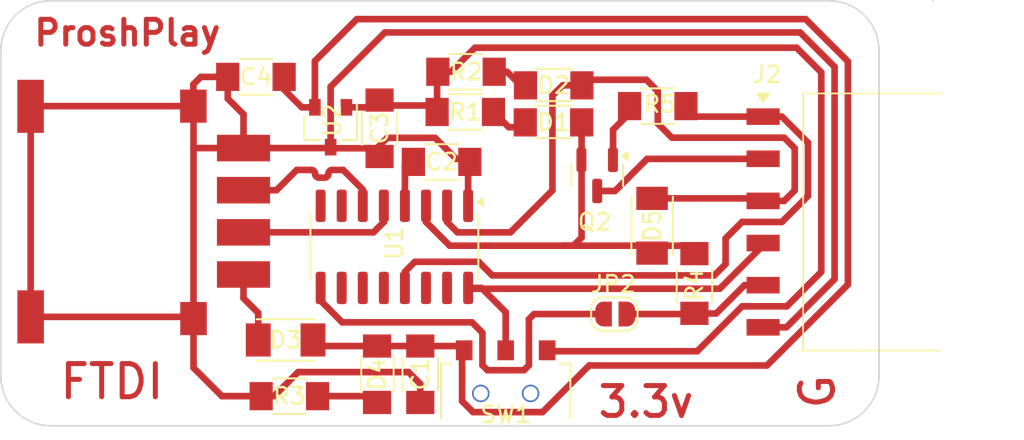
<source format=kicad_pcb>
(kicad_pcb (version 20241229) (generator "pcbnew") (generator_version "9.0")
  (layers (0 "F.Cu" signal) (2 "B.Cu" signal) (13 "F.Paste" user) (15 "B.Paste" user) (5 "F.SilkS" user "F.Silkscreen") (7 "B.SilkS" user "B.Silkscreen") (1 "F.Mask" user) (3 "B.Mask" user) (25 "Edge.Cuts" user))
  (net 0 "")
  (net 1 "+5V")
  (net 2 "GND")
  (net 3 "TX")
  (net 4 "Net-(D1-A)")
  (net 5 "Net-(D2-A)")
  (net 6 "RX")
  (net 7 "VBUS")
  (net 8 "DTR")
  (net 9 "CTS")
  (net 10 "VCC")
  (net 11 "+3V3")
  (net 15 "D+")
  (net 18 "D-")
  (net 21 "Net-(D4-K)")
  (net 22 "UPDI")
  (net 23 "T-RX")
  (net 24 "Net-(U1-V3)")
  (net 25 "Net-(Q2-B)")
  (footprint "fab:PinSocket_1x06_P2.54mm_Horizontal_SMD" (layer "F.Cu") (at 158.115 90.17)
    (property "Reference" "J2" (at 1.19 -2.54 0) (layer "F.SilkS") (effects (justify right)))
    (property "Value" "1x06 Pin header 2.54 SMD")
    (fp_line (start 2.413 -1.397) (end 2.413 14.097) (stroke (width 0.1)) (layer "F.SilkS"))
    (fp_line (start 2.413 14.097) (end 10.668 14.097) (stroke (width 0.1)) (layer "F.SilkS"))
    (fp_line (start 10.668 -1.397) (end 2.413 -1.397) (stroke (width 0.1)) (layer "F.SilkS"))
    (fp_poly (pts (xy 0 -0.889) (xy -0.381 -1.397) (xy 0.381 -1.397)) (stroke (width 0.1)) (fill yes) (layer "F.SilkS"))
    (pad "1" smd rect (at 0 0) (size 2 1) (layers "F.Cu" "F.Mask" "F.Paste") (net 8 "DTR"))
    (pad "2" smd rect (at 0 2.54) (size 2 1) (layers "F.Cu" "F.Mask" "F.Paste") (net 23 "T-RX"))
    (pad "3" smd rect (at 0 5.08) (size 2 1) (layers "F.Cu" "F.Mask" "F.Paste") (net 3 "TX"))
    (pad "4" smd rect (at 0 7.62) (size 2 1) (layers "F.Cu" "F.Mask" "F.Paste") (net 10 "VCC"))
    (pad "5" smd rect (at 0 10.16) (size 2 1) (layers "F.Cu" "F.Mask" "F.Paste") (net 22 "UPDI"))
    (pad "6" smd rect (at 0 12.7) (size 2 1) (layers "F.Cu" "F.Mask" "F.Paste") (net 2 "GND"))
  )
  (footprint "fab:C_1206" (layer "F.Cu") (at 137.449528 105.697945 -90)
    (property "Reference" "C1" (at 0 0 90) (layer "F.SilkS"))
    (property "Value" "100nF")
    (fp_line (start 1 1.07) (end -1 1.07) (stroke (width 0.12)) (layer "F.SilkS"))
    (fp_line (start -1 -1.07) (end 1 -1.07) (stroke (width 0.12)) (layer "F.SilkS"))
    (pad "1" smd rect (at -1.7 0 270) (size 1.4 1.7) (layers "F.Cu" "F.Mask" "F.Paste") (net 1 "+5V"))
    (pad "2" smd rect (at 1.7 0 270) (size 1.4 1.7) (layers "F.Cu" "F.Mask" "F.Paste") (net 2 "GND"))
  )
  (footprint "fab:C_1206" (layer "F.Cu") (at 138.736467 92.899194)
    (property "Reference" "C2" (at 0 0 0) (layer "F.SilkS"))
    (property "Value" "10nF")
    (fp_line (start -1 -1.07) (end 1 -1.07) (stroke (width 0.12)) (layer "F.SilkS"))
    (fp_line (start 1 1.07) (end -1 1.07) (stroke (width 0.12)) (layer "F.SilkS"))
    (pad "1" smd rect (at -1.7 0) (size 1.4 1.7) (layers "F.Cu" "F.Mask" "F.Paste") (net 24 "Net-(U1-V3)"))
    (pad "2" smd rect (at 1.7 0) (size 1.4 1.7) (layers "F.Cu" "F.Mask" "F.Paste") (net 2 "GND"))
  )
  (footprint "fab:R_1206" (layer "F.Cu") (at 129.558966 107.01928 180)
    (property "Reference" "R3" (at 0 0 0) (layer "F.SilkS"))
    (property "Value" "1K")
    (fp_line (start 1 1.07) (end -1 1.07) (stroke (width 0.12)) (layer "F.SilkS"))
    (fp_line (start -1 -1.07) (end 1 -1.07) (stroke (width 0.12)) (layer "F.SilkS"))
    (pad "1" smd rect (at -1.7 0 180) (size 1.4 1.7) (layers "F.Cu" "F.Mask" "F.Paste") (net 21 "Net-(D4-K)"))
    (pad "2" smd rect (at 1.7 0 180) (size 1.4 1.7) (layers "F.Cu" "F.Mask" "F.Paste") (net 2 "GND"))
  )
  (footprint "fab:R_1206" (layer "F.Cu") (at 140.164115 89.889293)
    (property "Reference" "R1" (at 0 0 0) (layer "F.SilkS"))
    (property "Value" "1k")
    (fp_line (start -1 -1.07) (end 1 -1.07) (stroke (width 0.12)) (layer "F.SilkS"))
    (fp_line (start 1 1.07) (end -1 1.07) (stroke (width 0.12)) (layer "F.SilkS"))
    (pad "1" smd rect (at -1.7 0) (size 1.4 1.7) (layers "F.Cu" "F.Mask" "F.Paste") (net 11 "+3V3"))
    (pad "2" smd rect (at 1.7 0) (size 1.4 1.7) (layers "F.Cu" "F.Mask" "F.Paste") (net 4 "Net-(D1-A)"))
  )
  (footprint "fab:Diode_Schottky_MiniSMA" (layer "F.Cu") (at 151.423526 96.747538 -90)
    (property "Reference" "D5" (at 0 0 90) (layer "F.SilkS"))
    (property "Value" "1N5817 / shotkey 100mA")
    (fp_line (start -1.75 1.25) (end 1.75 1.25) (stroke (width 0.12)) (layer "F.SilkS"))
    (fp_line (start -1.75 -1.25) (end 1.75 -1.25) (stroke (width 0.12)) (layer "F.SilkS"))
    (pad "1" smd rect (at -1.65 0 270) (size 1.4 1.9) (layers "F.Cu" "F.Mask" "F.Paste") (net 3 "TX"))
    (pad "2" smd rect (at 1.65 0 270) (size 1.4 1.9) (layers "F.Cu" "F.Mask" "F.Paste") (net 6 "RX"))
  )
  (footprint "ProshPlay:ProshPlay-Type-C-breakout-board" (layer "F.Cu") (at 126.782591 95.890605 90)
    (property "Reference" "J1" (hide yes))
    (property "Value" "USB_Type-C_Breakout")
    (pad "1" smd rect (at -3.795 0.0125 180) (size 3.2 1.6) (layers "F.Cu" "F.Mask" "F.Paste") (net 7 "VBUS"))
    (pad "2" smd rect (at -1.255 0.0125 180) (size 3.2 1.6) (layers "F.Cu" "F.Mask" "F.Paste") (net 15 "D+"))
    (pad "3" smd rect (at 1.285 0.0125 180) (size 3.2 1.6) (layers "F.Cu" "F.Mask" "F.Paste") (net 18 "D-"))
    (pad "4" smd rect (at 3.825 0.0125 180) (size 3.2 1.6) (layers "F.Cu" "F.Mask" "F.Paste") (net 2 "GND"))
    (pad "5" smd rect (at -6.451697 -3.000377 270) (size 2 1.6) (layers "F.Cu" "F.Mask" "F.Paste") (net 2 "GND"))
    (pad "5" smd rect (at -6.348798 -12.81774 270) (size 3.2 1.6) (layers "F.Cu" "F.Mask" "F.Paste") (net 2 "GND"))
    (pad "5" smd rect (at 6.340966 -12.821565 270) (size 3.2 1.6) (layers "F.Cu" "F.Mask" "F.Paste") (net 2 "GND"))
    (pad "5" smd rect (at 6.351806 -3.01 270) (size 2 1.6) (layers "F.Cu" "F.Mask" "F.Paste") (net 2 "GND"))
  )
  (footprint "fab:SOT-23-3" (layer "F.Cu") (at 132.047631 90.810605 -90)
    (property "Reference" "U2" (at -0.422453 -0.096517 90) (layer "F.SilkS"))
    (property "Value" "3.3 v LDO 100mA")
    (fp_line (start 0.76 1.58) (end -0.7 1.58) (stroke (width 0.12)) (layer "F.SilkS"))
    (fp_line (start 0.76 1.58) (end 0.76 0.65) (stroke (width 0.12)) (layer "F.SilkS"))
    (fp_line (start 0.76 -1.58) (end 0.76 -0.65) (stroke (width 0.12)) (layer "F.SilkS"))
    (fp_line (start 0.76 -1.58) (end -1.4 -1.58) (stroke (width 0.12)) (layer "F.SilkS"))
    (pad "1" smd rect (at -1.2 -0.95 270) (size 1 0.7) (layers "F.Cu" "F.Mask" "F.Paste") (net 11 "+3V3"))
    (pad "2" smd rect (at -1.2 0.95 270) (size 1 0.7) (layers "F.Cu" "F.Mask" "F.Paste") (net 1 "+5V"))
    (pad "3" smd rect (at 1.2 0 270) (size 1 0.7) (layers "F.Cu" "F.Mask" "F.Paste") (net 2 "GND"))
  )
  (footprint "fab:LED_1206" (layer "F.Cu") (at 145.479148 90.51695 180)
    (property "Reference" "D1" (at 0 0 0) (layer "F.SilkS"))
    (property "Value" "RED")
    (fp_line (start -1.1 1) (end 1.1 1) (stroke (width 0.12)) (layer "F.SilkS"))
    (fp_line (start -1.1 -0.95) (end 1.1 -0.95) (stroke (width 0.12)) (layer "F.SilkS"))
    (pad "1" smd rect (at -1.7 0 180) (size 1.4 1.7) (layers "F.Cu" "F.Mask" "F.Paste") (net 6 "RX"))
    (pad "2" smd rect (at 1.7 0 180) (size 1.4 1.7) (layers "F.Cu" "F.Mask" "F.Paste") (net 4 "Net-(D1-A)"))
  )
  (footprint "fab:SOD-123T" (layer "F.Cu") (at 129.334641 103.632261 180)
    (property "Reference" "D3" (at 0 0 0) (layer "F.SilkS"))
    (property "Value" "1A Schottky")
    (fp_line (start -1.75 1.25) (end 1.75 1.25) (stroke (width 0.12)) (layer "F.SilkS"))
    (fp_line (start -1.75 -1.25) (end 1.75 -1.25) (stroke (width 0.12)) (layer "F.SilkS"))
    (pad "1" smd rect (at -1.65 0 180) (size 1.5 2) (layers "F.Cu" "F.Mask" "F.Paste") (net 1 "+5V"))
    (pad "2" smd rect (at 1.65 0 180) (size 1.5 2) (layers "F.Cu" "F.Mask" "F.Paste") (net 7 "VBUS"))
  )
  (footprint "fab:R_1206" (layer "F.Cu") (at 151.765 89.535 180)
    (property "Reference" "R5" (at -0.122857 0.112387 0) (layer "F.SilkS"))
    (property "Value" "499 Ohm")
    (fp_line (start 1 1.07) (end -1 1.07) (stroke (width 0.12)) (layer "F.SilkS"))
    (fp_line (start -1 -1.07) (end 1 -1.07) (stroke (width 0.12)) (layer "F.SilkS"))
    (pad "1" smd rect (at -1.7 0 180) (size 1.4 1.7) (layers "F.Cu" "F.Mask" "F.Paste") (net 8 "DTR"))
    (pad "2" smd rect (at 1.7 0 180) (size 1.4 1.7) (layers "F.Cu" "F.Mask" "F.Paste") (net 25 "Net-(Q2-B)"))
  )
  (footprint "fab:R_1206" (layer "F.Cu") (at 140.208163 87.466645)
    (property "Reference" "R2" (at 0 0 0) (layer "F.SilkS"))
    (property "Value" "1k")
    (fp_line (start -1 -1.07) (end 1 -1.07) (stroke (width 0.12)) (layer "F.SilkS"))
    (fp_line (start 1 1.07) (end -1 1.07) (stroke (width 0.12)) (layer "F.SilkS"))
    (pad "1" smd rect (at -1.7 0) (size 1.4 1.7) (layers "F.Cu" "F.Mask" "F.Paste") (net 11 "+3V3"))
    (pad "2" smd rect (at 1.7 0) (size 1.4 1.7) (layers "F.Cu" "F.Mask" "F.Paste") (net 5 "Net-(D2-A)"))
  )
  (footprint "fab:Switch_Slide_RightAngle_CnK_AYZ0102AGRLC_7.2x3mm" (layer "F.Cu") (at 142.597802 106.854511)
    (property "Reference" "SW1" (at 0 1.27 0) (layer "F.SilkS"))
    (property "Value" "Switch_Slide_RightAngle_CnK")
    (fp_line (start -3.9 -1.8) (end -3.9 1.5) (stroke (width 0.12)) (layer "F.SilkS"))
    (fp_line (start -3.9 -1.8) (end -3.3 -1.8) (stroke (width 0.12)) (layer "F.SilkS"))
    (fp_line (start 3.9 -1.8) (end 3.3 -1.8) (stroke (width 0.12)) (layer "F.SilkS"))
    (fp_line (start 3.9 1.5) (end 3.9 -1.8) (stroke (width 0.12)) (layer "F.SilkS"))
    (pad "" thru_hole circle (at -1.5 0 90) (size 1.05 1.05) (drill 0.85) (layers "*.Cu" "*.Mask"))
    (pad "" thru_hole circle (at 1.5 0) (size 1.05 1.05) (drill 0.85) (layers "*.Cu" "*.Mask"))
    (pad "1" smd rect (at -2.5 -2.6) (size 1 1.2) (layers "F.Cu" "F.Mask" "F.Paste") (net 1 "+5V"))
    (pad "2" smd rect (at 0 -2.6) (size 1 1.2) (layers "F.Cu" "F.Mask" "F.Paste") (net 10 "VCC"))
    (pad "3" smd rect (at 2.5 -2.6) (size 1 1.2) (layers "F.Cu" "F.Mask" "F.Paste") (net 11 "+3V3"))
  )
  (footprint "fab:C_1206" (layer "F.Cu") (at 127.545034 87.774927 180)
    (property "Reference" "C4" (at 0 0 0) (layer "F.SilkS"))
    (property "Value" "1uF")
    (fp_line (start 1 1.07) (end -1 1.07) (stroke (width 0.12)) (layer "F.SilkS"))
    (fp_line (start -1 -1.07) (end 1 -1.07) (stroke (width 0.12)) (layer "F.SilkS"))
    (pad "1" smd rect (at -1.7 0 180) (size 1.4 1.7) (layers "F.Cu" "F.Mask" "F.Paste") (net 1 "+5V"))
    (pad "2" smd rect (at 1.7 0 180) (size 1.4 1.7) (layers "F.Cu" "F.Mask" "F.Paste") (net 2 "GND"))
  )
  (footprint "fab:LED_1206" (layer "F.Cu") (at 134.844304 105.697945 90)
    (property "Reference" "D4" (at 0 0 90) (layer "F.SilkS"))
    (property "Value" "GREEN")
    (fp_line (start -1.1 -0.95) (end 1.1 -0.95) (stroke (width 0.12)) (layer "F.SilkS"))
    (fp_line (start -1.1 1) (end 1.1 1) (stroke (width 0.12)) (layer "F.SilkS"))
    (pad "1" smd rect (at -1.7 0 90) (size 1.4 1.7) (layers "F.Cu" "F.Mask" "F.Paste") (net 21 "Net-(D4-K)"))
    (pad "2" smd rect (at 1.7 0 90) (size 1.4 1.7) (layers "F.Cu" "F.Mask" "F.Paste") (net 1 "+5V"))
  )
  (footprint "fab:R_1206" (layer "F.Cu") (at 153.975722 100.327494 -90)
    (property "Reference" "R4" (at 0 0 90) (layer "F.SilkS"))
    (property "Value" "499 Ohm")
    (fp_line (start 1 1.07) (end -1 1.07) (stroke (width 0.12)) (layer "F.SilkS"))
    (fp_line (start -1 -1.07) (end 1 -1.07) (stroke (width 0.12)) (layer "F.SilkS"))
    (pad "1" smd rect (at -1.9 0 270) (size 1.4 1.7) (layers "F.Cu" "F.Mask" "F.Paste") (net 6 "RX"))
    (pad "2" smd rect (at 1.7 0 270) (size 1.4 1.7) (layers "F.Cu" "F.Mask" "F.Paste") (net 22 "UPDI"))
  )
  (footprint "Package_SO:SOIC-16_3.9x9.9mm_P1.27mm" (layer "F.Cu") (at 135.89 98.020001 -90)
    (property "Reference" "U1" (at -0.224396 0 90) (layer "F.SilkS"))
    (property "Value" "CH340C")
    (fp_line (start 0 5.06) (end -1.95 5.06) (stroke (width 0.12)) (layer "F.SilkS"))
    (fp_line (start 0 5.06) (end 1.95 5.06) (stroke (width 0.12)) (layer "F.SilkS"))
    (fp_line (start 0 -5.06) (end -1.95 -5.06) (stroke (width 0.12)) (layer "F.SilkS"))
    (fp_line (start 0 -5.06) (end 1.95 -5.06) (stroke (width 0.12)) (layer "F.SilkS"))
    (fp_poly (pts (xy -2.7 -5.005) (xy -2.94 -5.335) (xy -2.46 -5.335) (xy -2.7 -5.005)) (stroke (width 0.12)) (fill yes) (layer "F.SilkS"))
    (pad "1" smd roundrect (at -2.475 -4.445 270) (size 1.95 0.6) (layers "F.Cu" "F.Mask" "F.Paste") (net 2 "GND"))
    (pad "2" smd roundrect (at -2.475 -3.175 270) (size 1.95 0.6) (layers "F.Cu" "F.Mask" "F.Paste") (net 3 "TX"))
    (pad "3" smd roundrect (at -2.475 -1.905 270) (size 1.95 0.6) (layers "F.Cu" "F.Mask" "F.Paste") (net 6 "RX"))
    (pad "4" smd roundrect (at -2.475 -0.635 270) (size 1.95 0.6) (layers "F.Cu" "F.Mask" "F.Paste") (net 24 "Net-(U1-V3)"))
    (pad "5" smd roundrect (at -2.475 0.635 270) (size 1.95 0.6) (layers "F.Cu" "F.Mask" "F.Paste") (net 15 "D+"))
    (pad "6" smd roundrect (at -2.475 1.905 270) (size 1.95 0.6) (layers "F.Cu" "F.Mask" "F.Paste") (net 18 "D-"))
    (pad "7" smd roundrect (at -2.475 3.175 270) (size 1.95 0.6) (layers "F.Cu" "F.Mask" "F.Paste"))
    (pad "8" smd roundrect (at -2.475 4.445 270) (size 1.95 0.6) (layers "F.Cu" "F.Mask" "F.Paste"))
    (pad "9" smd roundrect (at 2.475 4.445 270) (size 1.95 0.6) (layers "F.Cu" "F.Mask" "F.Paste") (net 9 "CTS"))
    (pad "10" smd roundrect (at 2.475 3.175 270) (size 1.95 0.6) (layers "F.Cu" "F.Mask" "F.Paste"))
    (pad "11" smd roundrect (at 2.475 1.905 270) (size 1.95 0.6) (layers "F.Cu" "F.Mask" "F.Paste"))
    (pad "12" smd roundrect (at 2.475 0.635 270) (size 1.95 0.6) (layers "F.Cu" "F.Mask" "F.Paste"))
    (pad "13" smd roundrect (at 2.475 -0.635 270) (size 1.95 0.6) (layers "F.Cu" "F.Mask" "F.Paste") (net 8 "DTR"))
    (pad "14" smd roundrect (at 2.475 -1.905 270) (size 1.95 0.6) (layers "F.Cu" "F.Mask" "F.Paste"))
    (pad "15" smd roundrect (at 2.475 -3.175 270) (size 1.95 0.6) (layers "F.Cu" "F.Mask" "F.Paste"))
    (pad "16" smd roundrect (at 2.475 -4.445 270) (size 1.95 0.6) (layers "F.Cu" "F.Mask" "F.Paste") (net 10 "VCC"))
  )
  (footprint "Jumper:SolderJumper-2_P1.3mm_Open_RoundedPad1.0x1.5mm" (layer "F.Cu") (at 149.148818 102.070361)
    (property "Reference" "JP2" (at -0.064148 -1.8 0) (layer "F.SilkS"))
    (property "Value" "SolderJumper_2_Open")
    (fp_line (start -1.4 0.3) (end -1.4 -0.3) (stroke (width 0.12)) (layer "F.SilkS"))
    (fp_line (start -0.7 -1) (end 0.7 -1) (stroke (width 0.12)) (layer "F.SilkS"))
    (fp_line (start 0.7 1) (end -0.7 1) (stroke (width 0.12)) (layer "F.SilkS"))
    (fp_line (start 1.4 -0.3) (end 1.4 0.3) (stroke (width 0.12)) (layer "F.SilkS"))
    (fp_arc (start -1.4 -0.3) (mid -1.194975 -0.794975) (end -0.7 -1) (stroke (width 0.12)) (layer "F.SilkS"))
    (fp_arc (start -0.7 1) (mid -1.194975 0.794975) (end -1.4 0.3) (stroke (width 0.12)) (layer "F.SilkS"))
    (fp_arc (start 0.7 -1) (mid 1.194975 -0.794975) (end 1.4 -0.3) (stroke (width 0.12)) (layer "F.SilkS"))
    (fp_arc (start 1.4 0.3) (mid 1.194975 0.794975) (end 0.7 1) (stroke (width 0.12)) (layer "F.SilkS"))
    (pad "1" smd custom (at -0.65 0) (size 1 0.5) (layers "F.Cu" "F.Mask") (net 9 "CTS") (options (clearance outline) (anchor rect)) (primitives (gr_circle (center 0 0.25) (end 0.5 0.25) (width 0) (fill yes)) (gr_circle (center 0 -0.25) (end 0.5 -0.25) (width 0) (fill yes)) (gr_poly (pts (xy 0.5 0.75) (xy 0 0.75) (xy 0 -0.75) (xy 0.5 -0.75)) (width 0) (fill yes))))
    (pad "2" smd custom (at 0.75 0) (size 1 0.5) (layers "F.Cu" "F.Mask") (net 22 "UPDI") (options (clearance outline) (anchor rect)) (primitives (gr_circle (center 0 0.25) (end 0.5 0.25) (width 0) (fill yes)) (gr_circle (center 0 -0.25) (end 0.5 -0.25) (width 0) (fill yes)) (gr_poly (pts (xy 0 0.75) (xy -0.5 0.75) (xy -0.5 -0.75) (xy 0 -0.75)) (width 0) (fill yes))))
  )
  (footprint "fab:C_1206" (layer "F.Cu") (at 134.996347 90.87287 -90)
    (property "Reference" "C3" (at 0 0 90) (layer "F.SilkS"))
    (property "Value" "1uF")
    (fp_line (start 1 1.07) (end -1 1.07) (stroke (width 0.12)) (layer "F.SilkS"))
    (fp_line (start -1 -1.07) (end 1 -1.07) (stroke (width 0.12)) (layer "F.SilkS"))
    (pad "1" smd rect (at -1.7 0 270) (size 1.4 1.7) (layers "F.Cu" "F.Mask" "F.Paste") (net 11 "+3V3"))
    (pad "2" smd rect (at 1.7 0 270) (size 1.4 1.7) (layers "F.Cu" "F.Mask" "F.Paste") (net 2 "GND"))
  )
  (footprint "fab:LED_1206" (layer "F.Cu") (at 145.493611 88.285287 180)
    (property "Reference" "D2" (at 0 0 0) (layer "F.SilkS"))
    (property "Value" "BLUE")
    (fp_line (start -1.1 1) (end 1.1 1) (stroke (width 0.12)) (layer "F.SilkS"))
    (fp_line (start -1.1 -0.95) (end 1.1 -0.95) (stroke (width 0.12)) (layer "F.SilkS"))
    (pad "1" smd rect (at -1.7 0 180) (size 1.4 1.7) (layers "F.Cu" "F.Mask" "F.Paste") (net 3 "TX"))
    (pad "2" smd rect (at 1.7 0 180) (size 1.4 1.7) (layers "F.Cu" "F.Mask" "F.Paste") (net 5 "Net-(D2-A)"))
  )
  (footprint "Package_TO_SOT_SMD:SOT-23" (layer "F.Cu") (at 148.113947 93.713624 -90)
    (property "Reference" "Q2" (at 2.806376 0.158947 180) (layer "F.SilkS"))
    (property "Value" "BC857")
    (fp_line (start 0 1.56) (end -0.65 1.56) (stroke (width 0.12)) (layer "F.SilkS"))
    (fp_line (start 0 1.56) (end 0.65 1.56) (stroke (width 0.12)) (layer "F.SilkS"))
    (fp_line (start 0 -1.56) (end -0.65 -1.56) (stroke (width 0.12)) (layer "F.SilkS"))
    (fp_line (start 0 -1.56) (end 0.65 -1.56) (stroke (width 0.12)) (layer "F.SilkS"))
    (fp_poly (pts (xy -1.1625 -1.51) (xy -1.4025 -1.84) (xy -0.9225 -1.84) (xy -1.1625 -1.51)) (stroke (width 0.12)) (fill yes) (layer "F.SilkS"))
    (pad "1" smd roundrect (at -0.9375 -0.95 270) (size 1.475 0.6) (layers "F.Cu" "F.Mask" "F.Paste") (net 25 "Net-(Q2-B)"))
    (pad "2" smd roundrect (at -0.9375 0.95 270) (size 1.475 0.6) (layers "F.Cu" "F.Mask" "F.Paste") (net 6 "RX"))
    (pad "3" smd roundrect (at 0.9375 0 270) (size 1.475 0.6) (layers "F.Cu" "F.Mask" "F.Paste") (net 23 "T-RX"))
  )
  (gr_arc (start 112.168252 86.190605) (mid 113.053258 84.062952) (end 115.186132 83.190605) (stroke (width 0.1)) (layer "Edge.Cuts"))
  (gr_arc (start 115.168252 108.801348) (mid 113.04693 107.922638) (end 112.168252 105.801303) (stroke (width 0.1)) (layer "Edge.Cuts"))
  (gr_line (start 162.1 108.801303) (end 115.168252 108.801303) (stroke (width 0.1)) (layer "Edge.Cuts"))
  (gr_line (start 168.339148 83.190605) (end 168.339148 83.190605) (stroke (width 0.1)) (layer "Edge.Cuts"))
  (gr_arc (start 162.1 83.190605) (mid 164.221322 84.069286) (end 165.1 86.19061) (stroke (width 0.1)) (layer "Edge.Cuts"))
  (gr_line (start 115.186132 83.190605) (end 162.1 83.190605) (stroke (width 0.1)) (layer "Edge.Cuts"))
  (gr_arc (start 165.1 105.801306) (mid 164.221319 107.922624) (end 162.1 108.801303) (stroke (width 0.1)) (layer "Edge.Cuts"))
  (gr_line (start 112.168252 105.801303) (end 112.168252 86.190605) (stroke (width 0.1)) (layer "Edge.Cuts"))
  (gr_line (start 165.1 86.190605) (end 165.1 105.801303) (stroke (width 0.1)) (layer "Edge.Cuts"))
  (gr_text "G\n" (at 162.56 107.95 90) (layer "F.Cu") (effects (font (size 2 2) (thickness 0.3) (bold yes)) (justify left bottom)))
  (gr_text "3.3v" (at 148.027263 108.416566 0) (layer "F.Cu") (effects (font (size 1.8 1.8) (thickness 0.3) (bold yes)) (justify left bottom)))
  (gr_text "ProshPlay\n" (at 114.026245 86.004673 0) (layer "F.Cu") (effects (font (size 1.5 1.5) (thickness 0.3) (bold yes)) (justify left bottom)))
  (gr_text "FTDI" (at 115.57 107.315 0) (layer "F.Cu") (effects (font (size 2 2) (thickness 0.3) (bold yes)) (justify left bottom)))
  (segment (start 163.224 86.841019) (end 163.224 100.293786) (width 0.4) (layer "F.Cu") (net 1))
  (segment (start 129.245034 88.546491) (end 130.309148 89.610605) (width 0.4) (layer "F.Cu") (net 1))
  (segment (start 158.348253 105.169533) (end 147.63022 105.169533) (width 0.4) (layer "F.Cu") (net 1))
  (segment (start 131.097631 86.821321) (end 133.624347 84.294605) (width 0.4) (layer "F.Cu") (net 1))
  (segment (start 134.844304 103.997945) (end 131.350325 103.997945) (width 0.4) (layer "F.Cu") (net 1))
  (segment (start 130.309148 89.610605) (end 131.097631 89.610605) (width 0.4) (layer "F.Cu") (net 1))
  (segment (start 131.097631 89.610605) (end 131.097631 86.821321) (width 0.4) (layer "F.Cu") (net 1))
  (segment (start 147.63022 105.169533) (end 144.819242 107.980511) (width 0.4) (layer "F.Cu") (net 1))
  (segment (start 160.677587 84.294605) (end 163.224 86.841019) (width 0.4) (layer "F.Cu") (net 1))
  (segment (start 139.841236 103.997945) (end 140.097802 104.254511) (width 0.4) (layer "F.Cu") (net 1))
  (segment (start 163.224 100.293786) (end 158.348253 105.169533) (width 0.4) (layer "F.Cu") (net 1))
  (segment (start 139.971802 104.380511) (end 140.097802 104.254511) (width 0.4) (layer "F.Cu") (net 1))
  (segment (start 131.350325 103.997945) (end 130.984641 103.632261) (width 0.4) (layer "F.Cu") (net 1))
  (segment (start 129.245034 87.774927) (end 129.245034 88.546491) (width 0.4) (layer "F.Cu") (net 1))
  (segment (start 137.449528 103.997945) (end 139.841236 103.997945) (width 0.4) (layer "F.Cu") (net 1))
  (segment (start 139.971802 107.320916) (end 139.971802 104.380511) (width 0.4) (layer "F.Cu") (net 1))
  (segment (start 137.449528 103.997945) (end 134.844304 103.997945) (width 0.4) (layer "F.Cu") (net 1))
  (segment (start 144.819242 107.980511) (end 140.631397 107.980511) (width 0.4) (layer "F.Cu") (net 1))
  (segment (start 140.203625 104.360334) (end 140.097802 104.254511) (width 0.4) (layer "F.Cu") (net 1))
  (segment (start 140.631397 107.980511) (end 139.971802 107.320916) (width 0.4) (layer "F.Cu") (net 1))
  (segment (start 133.624347 84.294605) (end 160.677587 84.294605) (width 0.4) (layer "F.Cu") (net 1))
  (segment (start 158.115 102.87) (end 159.515 102.87) (width 0.4) (layer "F.Cu") (net 2))
  (segment (start 140.335 95.545001) (end 140.335 93.491457) (width 0.4) (layer "F.Cu") (net 2))
  (segment (start 123.772591 89.538799) (end 123.772591 88.229076) (width 0.4) (layer "F.Cu") (net 2))
  (segment (start 123.782214 89.548422) (end 123.772591 89.538799) (width 0.4) (layer "F.Cu") (net 2))
  (segment (start 128.635473 107.01928) (end 127.858966 107.01928) (width 0.4) (layer "F.Cu") (net 2))
  (segment (start 123.782214 92.080605) (end 123.782214 89.548422) (width 0.4) (layer "F.Cu") (net 2))
  (segment (start 126.795091 92.065605) (end 131.992631 92.065605) (width 0.4) (layer "F.Cu") (net 2))
  (segment (start 113.964851 89.553464) (end 113.961026 89.549639) (width 0.4) (layer "F.Cu") (net 2))
  (segment (start 132.113879 92.076853) (end 134.50033 92.076853) (width 0.4) (layer "F.Cu") (net 2))
  (segment (start 140.436467 92.899194) (end 140.252878 92.715605) (width 0.4) (layer "F.Cu") (net 2))
  (segment (start 132.047631 92.010605) (end 132.113879 92.076853) (width 0.4) (layer "F.Cu") (net 2))
  (segment (start 134.888455 92.019372) (end 134.888455 92.464978) (width 0.4) (layer "F.Cu") (net 2))
  (segment (start 126.795091 90.033577) (end 126.795091 92.065605) (width 0.4) (layer "F.Cu") (net 2))
  (segment (start 162.423 99.962) (end 162.423 87.172804) (width 0.4) (layer "F.Cu") (net 2))
  (segment (start 113.964851 102.239403) (end 123.679315 102.239403) (width 0.4) (layer "F.Cu") (net 2))
  (segment (start 125.845034 89.08352) (end 126.795091 90.033577) (width 0.4) (layer "F.Cu") (net 2))
  (segment (start 162.423 87.172804) (end 160.345801 85.095605) (width 0.4) (layer "F.Cu") (net 2))
  (segment (start 134.888455 92.464978) (end 134.996347 92.57287) (width 0.4) (layer "F.Cu") (net 2))
  (segment (start 137.449528 107.397945) (end 137.449528 106.275985) (width 0.4) (layer "F.Cu") (net 2))
  (segment (start 125.845034 87.774927) (end 125.845034 89.08352) (width 0.4) (layer "F.Cu") (net 2))
  (segment (start 131.992631 92.065605) (end 132.047631 92.010605) (width 0.4) (layer "F.Cu") (net 2))
  (segment (start 123.797214 92.065605) (end 123.782214 92.080605) (width 0.4) (layer "F.Cu") (net 2))
  (segment (start 140.252878 92.715605) (end 139.610033 92.715605) (width 0.4) (layer "F.Cu") (net 2))
  (segment (start 140.335 93.491457) (end 140.430322 93.396135) (width 0.4) (layer "F.Cu") (net 2))
  (segment (start 140.430322 93.396135) (end 140.430322 92.905339) (width 0.4) (layer "F.Cu") (net 2))
  (segment (start 123.679315 102.239403) (end 123.782214 102.342302) (width 0.4) (layer "F.Cu") (net 2))
  (segment (start 113.971866 89.538799) (end 113.961026 89.549639) (width 0.4) (layer "F.Cu") (net 2))
  (segment (start 123.772591 89.538799) (end 113.971866 89.538799) (width 0.4) (layer "F.Cu") (net 2))
  (segment (start 123.782214 102.342302) (end 123.782214 92.080605) (width 0.4) (layer "F.Cu") (net 2))
  (segment (start 137.449528 106.275985) (end 136.742823 105.56928) (width 0.4) (layer "F.Cu") (net 2))
  (segment (start 132.047631 92.010605) (end 132.047631 88.367122) (width 0.4) (layer "F.Cu") (net 2))
  (segment (start 125.492823 107.01928) (end 123.782214 105.308671) (width 0.4) (layer "F.Cu") (net 2))
  (segment (start 123.782214 105.308671) (end 123.782214 102.342302) (width 0.4) (layer "F.Cu") (net 2))
  (segment (start 159.515 102.87) (end 162.423 99.962) (width 0.4) (layer "F.Cu") (net 2))
  (segment (start 113.964851 102.239403) (end 113.964851 89.553464) (width 0.4) (layer "F.Cu") (net 2))
  (segment (start 136.742823 105.56928) (end 130.085473 105.56928) (width 0.4) (layer "F.Cu") (net 2))
  (segment (start 126.795091 92.065605) (end 123.797214 92.065605) (width 0.4) (layer "F.Cu") (net 2))
  (segment (start 123.772591 88.229076) (end 124.22674 87.774927) (width 0.4) (layer "F.Cu") (net 2))
  (segment (start 135.319148 85.095605) (end 160.345801 85.095605) (width 0.4) (layer "F.Cu") (net 2))
  (segment (start 127.858966 107.01928) (end 125.492823 107.01928) (width 0.4) (layer "F.Cu") (net 2))
  (segment (start 135.459633 91.448194) (end 134.888455 92.019372) (width 0.4) (layer "F.Cu") (net 2))
  (segment (start 140.430322 92.905339) (end 140.436467 92.899194) (width 0.4) (layer "F.Cu") (net 2))
  (segment (start 124.22674 87.774927) (end 125.845034 87.774927) (width 0.4) (layer "F.Cu") (net 2))
  (segment (start 139.610033 92.715605) (end 138.342622 91.448194) (width 0.4) (layer "F.Cu") (net 2))
  (segment (start 132.047631 88.367122) (end 135.319148 85.095605) (width 0.4) (layer "F.Cu") (net 2))
  (segment (start 138.342622 91.448194) (end 135.459633 91.448194) (width 0.4) (layer "F.Cu") (net 2))
  (segment (start 130.085473 105.56928) (end 128.635473 107.01928) (width 0.4) (layer "F.Cu") (net 2))
  (segment (start 134.50033 92.076853) (end 134.996347 92.57287) (width 0.4) (layer "F.Cu") (net 2))
  (segment (start 142.882867 97.147133) (end 145.415 94.615) (width 0.4) (layer "F.Cu") (net 3))
  (segment (start 159.385 95.25) (end 158.115 95.25) (width 0.4) (layer "F.Cu") (net 3))
  (segment (start 147.530397 87.948501) (end 151.077626 87.948501) (width 0.4) (layer "F.Cu") (net 3))
  (segment (start 160.02 92.075) (end 160.02 94.615) (width 0.4) (layer "F.Cu") (net 3))
  (segment (start 139.065 95.545001) (end 139.065 96.52) (width 0.4) (layer "F.Cu") (net 3))
  (segment (start 145.415 88.9) (end 146.029713 88.285287) (width 0.4) (layer "F.Cu") (net 3))
  (segment (start 146.029713 88.285287) (end 147.193611 88.285287) (width 0.4) (layer "F.Cu") (net 3))
  (segment (start 147.193611 88.285287) (end 147.530397 87.948501) (width 0.4) (layer "F.Cu") (net 3))
  (segment (start 151.765 88.635875) (end 151.765 90.587) (width 0.4) (layer "F.Cu") (net 3))
  (segment (start 145.415 94.615) (end 145.415 88.9) (width 0.4) (layer "F.Cu") (net 3))
  (segment (start 151.423526 95.097538) (end 157.962538 95.097538) (width 0.4) (layer "F.Cu") (net 3))
  (segment (start 160.02 94.615) (end 159.385 95.25) (width 0.4) (layer "F.Cu") (net 3))
  (segment (start 151.765 90.587) (end 152.618 91.44) (width 0.4) (layer "F.Cu") (net 3))
  (segment (start 139.065 96.52) (end 139.692133 97.147133) (width 0.4) (layer "F.Cu") (net 3))
  (segment (start 159.385 91.44) (end 160.02 92.075) (width 0.4) (layer "F.Cu") (net 3))
  (segment (start 152.618 91.44) (end 159.385 91.44) (width 0.4) (layer "F.Cu") (net 3))
  (segment (start 139.692133 97.147133) (end 142.882867 97.147133) (width 0.4) (layer "F.Cu") (net 3))
  (segment (start 151.077626 87.948501) (end 151.765 88.635875) (width 0.4) (layer "F.Cu") (net 3))
  (segment (start 157.962538 95.097538) (end 158.115 95.25) (width 0.4) (layer "F.Cu") (net 3))
  (segment (start 143.485493 90.810605) (end 142.785427 90.810605) (width 0.4) (layer "F.Cu") (net 4))
  (segment (start 143.779148 90.51695) (end 143.485493 90.810605) (width 0.4) (layer "F.Cu") (net 4))
  (segment (start 142.785427 90.810605) (end 141.864115 89.889293) (width 0.4) (layer "F.Cu") (net 4))
  (segment (start 143.499956 88.285287) (end 143.793611 88.285287) (width 0.4) (layer "F.Cu") (net 5))
  (segment (start 141.908163 87.466645) (end 142.681314 87.466645) (width 0.4) (layer "F.Cu") (net 5))
  (segment (start 142.681314 87.466645) (end 143.499956 88.285287) (width 0.4) (layer "F.Cu") (net 5))
  (segment (start 146.685 97.948133) (end 147.172144 97.460989) (width 0.4) (layer "F.Cu") (net 6))
  (segment (start 139.223133 97.948133) (end 141.605 97.948133) (width 0.4) (layer "F.Cu") (net 6))
  (segment (start 146.685 97.948133) (end 153.496361 97.948133) (width 0.4) (layer "F.Cu") (net 6))
  (segment (start 146.685 97.948133) (end 146.05 97.948133) (width 0.4) (layer "F.Cu") (net 6))
  (segment (start 153.496361 97.948133) (end 153.975722 98.427494) (width 0.4) (layer "F.Cu") (net 6))
  (segment (start 147.163947 92.776124) (end 147.172144 92.767927) (width 0.4) (layer "F.Cu") (net 6))
  (segment (start 147.172144 97.460989) (end 147.172144 92.784321) (width 0.4) (layer "F.Cu") (net 6))
  (segment (start 147.172144 92.767927) (end 147.172144 90.523954) (width 0.4) (layer "F.Cu") (net 6))
  (segment (start 147.172144 90.523954) (end 147.179148 90.51695) (width 0.4) (layer "F.Cu") (net 6))
  (segment (start 141.605 97.948133) (end 146.685 97.948133) (width 0.4) (layer "F.Cu") (net 6))
  (segment (start 147.172144 92.784321) (end 147.163947 92.776124) (width 0.4) (layer "F.Cu") (net 6))
  (segment (start 137.795 95.545001) (end 137.795 96.52) (width 0.4) (layer "F.Cu") (net 6))
  (segment (start 137.795 96.52) (end 139.223133 97.948133) (width 0.4) (layer "F.Cu") (net 6))
  (segment (start 126.795091 101.115854) (end 126.795091 99.685605) (width 0.4) (layer "F.Cu") (net 7))
  (segment (start 127.684641 102.005404) (end 126.795091 101.115854) (width 0.4) (layer "F.Cu") (net 7))
  (segment (start 127.684641 103.632261) (end 127.684641 102.005404) (width 0.4) (layer "F.Cu") (net 7))
  (segment (start 158.115 90.17) (end 159.247785 90.17) (width 0.4) (layer "F.Cu") (net 8))
  (segment (start 156.845 96.52) (end 155.85299 97.51201) (width 0.4) (layer "F.Cu") (net 8))
  (segment (start 141.786119 99.741771) (end 140.963349 98.919001) (width 0.4) (layer "F.Cu") (net 8))
  (segment (start 155.85299 99.058824) (end 155.170043 99.741771) (width 0.4) (layer "F.Cu") (net 8))
  (segment (start 160.821 91.743215) (end 160.821 94.946786) (width 0.4) (layer "F.Cu") (net 8))
  (segment (start 139.061216 98.919001) (end 139.061215 98.919001) (width 0.4) (layer "F.Cu") (net 8))
  (segment (start 160.821 94.946786) (end 159.247786 96.52) (width 0.4) (layer "F.Cu") (net 8))
  (segment (start 155.85299 97.51201) (end 155.85299 99.058824) (width 0.4) (layer "F.Cu") (net 8))
  (segment (start 154.1 90.17) (end 153.465 89.535) (width 0.4) (layer "F.Cu") (net 8))
  (segment (start 137.126001 98.919001) (end 139.061216 98.919001) (width 0.4) (layer "F.Cu") (net 8))
  (segment (start 159.247786 96.52) (end 156.845 96.52) (width 0.4) (layer "F.Cu") (net 8))
  (segment (start 140.963349 98.919001) (end 139.061216 98.919001) (width 0.4) (layer "F.Cu") (net 8))
  (segment (start 159.247785 90.17) (end 160.821 91.743215) (width 0.4) (layer "F.Cu") (net 8))
  (segment (start 155.170043 99.741771) (end 141.786119 99.741771) (width 0.4) (layer "F.Cu") (net 8))
  (segment (start 158.115 90.17) (end 154.1 90.17) (width 0.4) (layer "F.Cu") (net 8))
  (segment (start 136.525 100.495001) (end 136.525 99.520002) (width 0.4) (layer "F.Cu") (net 8))
  (segment (start 136.525 99.520002) (end 137.126001 98.919001) (width 0.4) (layer "F.Cu") (net 8))
  (segment (start 143.698802 105.455511) (end 143.996802 105.157511) (width 0.4) (layer "F.Cu") (net 9))
  (segment (start 131.445 100.495001) (end 131.445 101.266233) (width 0.4) (layer "F.Cu") (net 9))
  (segment (start 131.445 101.266233) (end 132.749734 102.570967) (width 0.4) (layer "F.Cu") (net 9))
  (segment (start 132.749734 102.570967) (end 140.568651 102.570967) (width 0.4) (layer "F.Cu") (net 9))
  (segment (start 140.568651 102.570967) (end 141.198802 103.201118) (width 0.4) (layer "F.Cu") (net 9))
  (segment (start 141.198802 105.157511) (end 141.496802 105.455511) (width 0.4) (layer "F.Cu") (net 9))
  (segment (start 141.198802 103.201118) (end 141.198802 105.157511) (width 0.4) (layer "F.Cu") (net 9))
  (segment (start 141.496802 105.455511) (end 143.698802 105.455511) (width 0.4) (layer "F.Cu") (net 9))
  (segment (start 143.996802 105.157511) (end 143.996802 102.383198) (width 0.4) (layer "F.Cu") (net 9))
  (segment (start 144.309639 102.070361) (end 148.498818 102.070361) (width 0.4) (layer "F.Cu") (net 9))
  (segment (start 143.996802 102.383198) (end 144.309639 102.070361) (width 0.4) (layer "F.Cu") (net 9))
  (segment (start 158.115 97.9296) (end 155.644799 100.3998) (width 0.4) (layer "F.Cu") (net 10))
  (segment (start 142.597802 102.531758) (end 142.597802 101.954238) (width 0.4) (layer "F.Cu") (net 10))
  (segment (start 155.501829 100.542771) (end 140.38277 100.542771) (width 0.4) (layer "F.Cu") (net 10))
  (segment (start 140.335 100.495001) (end 141.138565 100.495001) (width 0.4) (layer "F.Cu") (net 10))
  (segment (start 140.38277 100.542771) (end 140.335 100.495001) (width 0.4) (layer "F.Cu") (net 10))
  (segment (start 155.644799 100.3998) (end 155.501829 100.542771) (width 0.4) (layer "F.Cu") (net 10))
  (segment (start 142.597802 104.254511) (end 142.597802 102.531758) (width 0.4) (layer "F.Cu") (net 10))
  (segment (start 142.597802 101.954238) (end 141.138565 100.495001) (width 0.4) (layer "F.Cu") (net 10))
  (segment (start 158.115 97.79) (end 158.115 97.9296) (width 0.4) (layer "F.Cu") (net 10))
  (segment (start 138.464115 87.510693) (end 138.508163 87.466645) (width 0.4) (layer "F.Cu") (net 11))
  (segment (start 156.849983 101.604983) (end 154.142233 104.312733) (width 0.4) (layer "F.Cu") (net 11))
  (segment (start 138.464115 89.889293) (end 138.464115 87.510693) (width 0.4) (layer "F.Cu") (net 11))
  (segment (start 160.133056 86.015645) (end 161.622 87.504589) (width 0.4) (layer "F.Cu") (net 11))
  (segment (start 145.156024 104.312733) (end 145.097802 104.254511) (width 0.4) (layer "F.Cu") (net 11))
  (segment (start 139.298108 87.466645) (end 140.749108 86.015645) (width 0.4) (layer "F.Cu") (net 11))
  (segment (start 135.32312 89.499643) (end 138.074465 89.499643) (width 0.4) (layer "F.Cu") (net 11))
  (segment (start 154.142233 104.312733) (end 145.156024 104.312733) (width 0.4) (layer "F.Cu") (net 11))
  (segment (start 132.997631 89.610605) (end 134.777493 89.610605) (width 0.4) (layer "F.Cu") (net 11))
  (segment (start 134.777493 89.610605) (end 134.996347 89.391751) (width 0.4) (layer "F.Cu") (net 11))
  (segment (start 140.749108 86.015645) (end 160.133056 86.015645) (width 0.4) (layer "F.Cu") (net 11))
  (segment (start 138.508163 87.466645) (end 139.298108 87.466645) (width 0.4) (layer "F.Cu") (net 11))
  (segment (start 138.074465 89.499643) (end 138.464115 89.889293) (width 0.4) (layer "F.Cu") (net 11))
  (segment (start 161.622 99.525) (end 159.542017 101.604983) (width 0.4) (layer "F.Cu") (net 11))
  (segment (start 161.622 87.504589) (end 161.622 99.525) (width 0.4) (layer "F.Cu") (net 11))
  (segment (start 159.542017 101.604983) (end 156.849983 101.604983) (width 0.4) (layer "F.Cu") (net 11))
  (segment (start 134.996347 89.17287) (end 135.32312 89.499643) (width 0.4) (layer "F.Cu") (net 11))
  (segment (start 134.996347 89.391751) (end 134.996347 89.17287) (width 0.4) (layer "F.Cu") (net 11))
  (segment (start 135.255 96.52) (end 135.255 95.545001) (width 0.4) (layer "F.Cu") (net 15))
  (segment (start 134.629395 97.145605) (end 135.255 96.52) (width 0.4) (layer "F.Cu") (net 15))
  (segment (start 126.795091 97.145605) (end 134.629395 97.145605) (width 0.4) (layer "F.Cu") (net 15))
  (segment (start 130.004225 93.383614) (end 128.782234 94.605605) (width 0.4) (layer "F.Cu") (net 18))
  (segment (start 131.678524 93.849238) (end 131.344148 93.849238) (width 0.4) (layer "F.Cu") (net 18))
  (segment (start 130.544148 93.383614) (end 130.004225 93.383614) (width 0.4) (layer "F.Cu") (net 18))
  (segment (start 133.985 95.545001) (end 133.985 94.570002) (width 0.4) (layer "F.Cu") (net 18))
  (segment (start 128.147234 94.605605) (end 126.795091 94.605605) (width 0.4) (layer "F.Cu") (net 18))
  (segment (start 130.878524 93.383614) (end 130.544148 93.383614) (width 0.4) (layer "F.Cu") (net 18))
  (segment (start 128.782234 94.605605) (end 128.147234 94.605605) (width 0.4) (layer "F.Cu") (net 18))
  (segment (start 132.798612 93.383614) (end 132.144148 93.383614) (width 0.4) (layer "F.Cu") (net 18))
  (segment (start 133.985 94.570002) (end 132.798612 93.383614) (width 0.4) (layer "F.Cu") (net 18))
  (arc (start 131.111336 93.616426) (mid 131.043147 93.451803) (end 130.878524 93.383614) (width 0.4) (layer "F.Cu") (net 18))
  (arc (start 132.144148 93.383614) (mid 131.979525 93.451803) (end 131.911336 93.616426) (width 0.4) (layer "F.Cu") (net 18))
  (arc (start 131.344148 93.849238) (mid 131.179525 93.781049) (end 131.111336 93.616426) (width 0.4) (layer "F.Cu") (net 18))
  (arc (start 131.911336 93.616426) (mid 131.843147 93.781049) (end 131.678524 93.849238) (width 0.4) (layer "F.Cu") (net 18))
  (segment (start 134.465639 107.01928) (end 134.844304 107.397945) (width 0.4) (layer "F.Cu") (net 21))
  (segment (start 131.258966 107.01928) (end 134.465639 107.01928) (width 0.4) (layer "F.Cu") (net 21))
  (segment (start 149.898818 102.070361) (end 153.932855 102.070361) (width 0.4) (layer "F.Cu") (net 22))
  (segment (start 153.983833 102.035605) (end 155.286575 102.035605) (width 0.4) (layer "F.Cu") (net 22))
  (segment (start 153.932855 102.070361) (end 153.975722 102.027494) (width 0.4) (layer "F.Cu") (net 22))
  (segment (start 153.975722 102.027494) (end 153.983833 102.035605) (width 0.4) (layer "F.Cu") (net 22))
  (segment (start 155.286575 102.035605) (end 156.99218 100.33) (width 0.4) (layer "F.Cu") (net 22))
  (segment (start 156.99218 100.33) (end 158.115 100.33) (width 0.4) (layer "F.Cu") (net 22))
  (segment (start 148.113947 94.651124) (end 149.188876 94.651124) (width 0.4) (layer "F.Cu") (net 23))
  (segment (start 151.124395 92.715605) (end 158.109395 92.715605) (width 0.4) (layer "F.Cu") (net 23))
  (segment (start 158.109395 92.715605) (end 158.115 92.71) (width 0.4) (layer "F.Cu") (net 23))
  (segment (start 149.188876 94.651124) (end 151.124395 92.715605) (width 0.4) (layer "F.Cu") (net 23))
  (segment (start 136.707263 92.899194) (end 137.036467 92.899194) (width 0.4) (layer "F.Cu") (net 24))
  (segment (start 136.525 95.545001) (end 136.525 93.081457) (width 0.4) (layer "F.Cu") (net 24))
  (segment (start 136.525 93.081457) (end 136.707263 92.899194) (width 0.4) (layer "F.Cu") (net 24))
  (segment (start 150.065 89.965) (end 150.065 89.535) (width 0.4) (layer "F.Cu") (net 25))
  (segment (start 149.072144 92.767927) (end 149.072144 90.957856) (width 0.4) (layer "F.Cu") (net 25))
  (segment (start 149.063947 92.776124) (end 149.072144 92.767927) (width 0.4) (layer "F.Cu") (net 25))
  (segment (start 149.072144 90.957856) (end 150.065 89.965) (width 0.4) (layer "F.Cu") (net 25))
)
</source>
